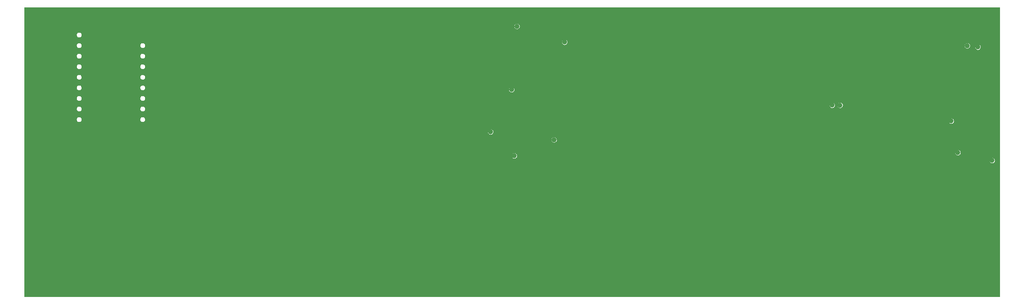
<source format=gbr>
%TF.GenerationSoftware,KiCad,Pcbnew,(5.1.6)-1*%
%TF.CreationDate,2020-06-22T12:01:02-04:00*%
%TF.ProjectId,Aligned mobo,416c6967-6e65-4642-906d-6f626f2e6b69,rev?*%
%TF.SameCoordinates,Original*%
%TF.FileFunction,Soldermask,Top*%
%TF.FilePolarity,Negative*%
%FSLAX46Y46*%
G04 Gerber Fmt 4.6, Leading zero omitted, Abs format (unit mm)*
G04 Created by KiCad (PCBNEW (5.1.6)-1) date 2020-06-22 12:01:02*
%MOMM*%
%LPD*%
G01*
G04 APERTURE LIST*
%ADD10C,0.010000*%
%ADD11C,1.238240*%
G04 APERTURE END LIST*
D10*
%TO.C,G\u002A\u002A\u002A*%
G36*
X117009333Y-34798000D02*
G01*
X-117009333Y-34798000D01*
X-117009333Y-14176857D01*
X-8271219Y-14176857D01*
X-8254914Y-14325763D01*
X-8247674Y-14352756D01*
X-8188585Y-14485533D01*
X-8100315Y-14592881D01*
X-7989452Y-14672015D01*
X-7862583Y-14720150D01*
X-7726297Y-14734500D01*
X-7587181Y-14712281D01*
X-7490512Y-14672887D01*
X-7371786Y-14589749D01*
X-7284431Y-14485167D01*
X-7228442Y-14365725D01*
X-7203809Y-14238012D01*
X-7206051Y-14194814D01*
X-5729757Y-14194814D01*
X-5713357Y-14325532D01*
X-5664842Y-14448574D01*
X-5585853Y-14557722D01*
X-5478031Y-14646753D01*
X-5343017Y-14709450D01*
X-5334137Y-14712223D01*
X-5211336Y-14729154D01*
X-5070201Y-14712418D01*
X-5018383Y-14698848D01*
X-4896093Y-14641916D01*
X-4796237Y-14554691D01*
X-4721774Y-14444468D01*
X-4675662Y-14318541D01*
X-4660858Y-14184204D01*
X-4680319Y-14048751D01*
X-4716870Y-13955295D01*
X-4800401Y-13833592D01*
X-4906779Y-13743108D01*
X-5029290Y-13684918D01*
X-5161218Y-13660097D01*
X-5295848Y-13669718D01*
X-5426467Y-13714856D01*
X-5546360Y-13796586D01*
X-5569857Y-13818809D01*
X-5659649Y-13935233D01*
X-5712402Y-14062641D01*
X-5729757Y-14194814D01*
X-7206051Y-14194814D01*
X-7210525Y-14108613D01*
X-7248582Y-13984114D01*
X-7317972Y-13871102D01*
X-7418686Y-13776164D01*
X-7491649Y-13731875D01*
X-7630701Y-13683235D01*
X-7774346Y-13672578D01*
X-7914175Y-13699003D01*
X-8041777Y-13761605D01*
X-8086557Y-13795756D01*
X-8185511Y-13906565D01*
X-8247575Y-14035361D01*
X-8271219Y-14176857D01*
X-117009333Y-14176857D01*
X-117009333Y-12925134D01*
X-9523671Y-12925134D01*
X-9515435Y-13046029D01*
X-9501815Y-13110740D01*
X-9468007Y-13180730D01*
X-9408340Y-13259600D01*
X-9334048Y-13335828D01*
X-9256364Y-13397891D01*
X-9186522Y-13434268D01*
X-9186333Y-13434327D01*
X-9081297Y-13454457D01*
X-8960285Y-13458350D01*
X-8846544Y-13445703D01*
X-8818992Y-13439108D01*
X-8739739Y-13401967D01*
X-8654629Y-13338249D01*
X-8576319Y-13259451D01*
X-8517465Y-13177067D01*
X-8506270Y-13155083D01*
X-8477535Y-13055803D01*
X-8467516Y-12937152D01*
X-8469904Y-12904360D01*
X-7003534Y-12904360D01*
X-6993865Y-13032172D01*
X-6954357Y-13154317D01*
X-6884166Y-13264153D01*
X-6782447Y-13355037D01*
X-6755723Y-13371847D01*
X-6628656Y-13432366D01*
X-6508164Y-13456842D01*
X-6381522Y-13446909D01*
X-6310247Y-13429055D01*
X-6183419Y-13371227D01*
X-6081123Y-13284638D01*
X-6005184Y-13176262D01*
X-5957431Y-13053067D01*
X-5939691Y-12922025D01*
X-5953791Y-12790108D01*
X-6001559Y-12664285D01*
X-6081198Y-12555270D01*
X-6199241Y-12460544D01*
X-6332827Y-12404454D01*
X-6478165Y-12387979D01*
X-6631462Y-12412097D01*
X-6633834Y-12412782D01*
X-6760699Y-12469292D01*
X-6861946Y-12553347D01*
X-6936730Y-12658305D01*
X-6984207Y-12777523D01*
X-7003534Y-12904360D01*
X-8469904Y-12904360D01*
X-8476213Y-12817729D01*
X-8503624Y-12716137D01*
X-8506271Y-12710113D01*
X-8584738Y-12585043D01*
X-8690618Y-12490932D01*
X-8820090Y-12430166D01*
X-8969334Y-12405128D01*
X-8995833Y-12404596D01*
X-9147998Y-12423454D01*
X-9281027Y-12478437D01*
X-9391100Y-12567162D01*
X-9474396Y-12687243D01*
X-9485396Y-12710113D01*
X-9513413Y-12807195D01*
X-9523671Y-12925134D01*
X-117009333Y-12925134D01*
X-117009333Y-2021417D01*
X114501278Y-2021417D01*
X114502934Y-2120512D01*
X114510064Y-2192519D01*
X114525551Y-2252601D01*
X114552277Y-2315923D01*
X114560480Y-2332872D01*
X114649570Y-2468902D01*
X114766103Y-2576926D01*
X114903840Y-2654586D01*
X115056542Y-2699519D01*
X115217970Y-2709368D01*
X115381885Y-2681770D01*
X115435663Y-2663967D01*
X115560309Y-2597421D01*
X115675338Y-2498741D01*
X115769926Y-2378107D01*
X115803738Y-2317750D01*
X115844043Y-2195949D01*
X115859694Y-2054953D01*
X115850778Y-1909920D01*
X115817381Y-1776009D01*
X115800446Y-1735667D01*
X115708943Y-1590883D01*
X115586699Y-1473602D01*
X115464167Y-1399984D01*
X115324379Y-1355378D01*
X115170240Y-1341607D01*
X115016401Y-1358666D01*
X114890836Y-1400132D01*
X114745759Y-1489945D01*
X114627747Y-1612271D01*
X114559484Y-1720499D01*
X114530543Y-1781045D01*
X114513073Y-1836743D01*
X114504290Y-1901994D01*
X114501407Y-1991203D01*
X114501278Y-2021417D01*
X-117009333Y-2021417D01*
X-117009333Y-834420D01*
X-156744Y-834420D01*
X-153840Y-991155D01*
X-116302Y-1143025D01*
X-43828Y-1282568D01*
X1755Y-1341053D01*
X127747Y-1458284D01*
X265835Y-1535590D01*
X419877Y-1574572D01*
X573884Y-1578308D01*
X676981Y-1564355D01*
X773189Y-1538862D01*
X809598Y-1524277D01*
X955773Y-1433574D01*
X1073982Y-1313670D01*
X1132066Y-1224678D01*
X1165006Y-1156896D01*
X1185409Y-1091508D01*
X1197061Y-1012599D01*
X1202674Y-928093D01*
X1205680Y-833096D01*
X1202176Y-764719D01*
X1189751Y-707448D01*
X1165993Y-645770D01*
X1154968Y-621177D01*
X1064028Y-470235D01*
X943161Y-348463D01*
X836083Y-278731D01*
X779831Y-251492D01*
X727398Y-234722D01*
X665510Y-225995D01*
X580889Y-222888D01*
X529167Y-222680D01*
X384897Y-230168D01*
X268875Y-255321D01*
X169086Y-302727D01*
X73515Y-376971D01*
X39338Y-409648D01*
X-59854Y-536205D01*
X-125315Y-680283D01*
X-156744Y-834420D01*
X-117009333Y-834420D01*
X-117009333Y-137583D01*
X106268930Y-137583D01*
X106270521Y-236174D01*
X106277356Y-306822D01*
X106292124Y-363843D01*
X106317513Y-421549D01*
X106325016Y-436191D01*
X106366896Y-509612D01*
X106411643Y-577689D01*
X106433660Y-606499D01*
X106491241Y-658754D01*
X106573908Y-714592D01*
X106666336Y-764982D01*
X106753199Y-800896D01*
X106773938Y-806998D01*
X106868502Y-819209D01*
X106984174Y-816427D01*
X107103211Y-800464D01*
X107207868Y-773135D01*
X107242345Y-759138D01*
X107368533Y-679350D01*
X107480450Y-569569D01*
X107565724Y-442091D01*
X107570109Y-433364D01*
X107596635Y-371978D01*
X107612427Y-311250D01*
X107620011Y-236750D01*
X107621917Y-137583D01*
X107612330Y12772D01*
X107580541Y136314D01*
X107522005Y244704D01*
X107432178Y349603D01*
X107431974Y349807D01*
X107327070Y439699D01*
X107218698Y498290D01*
X107095196Y530126D01*
X106944903Y539750D01*
X106944583Y539750D01*
X106794068Y530133D01*
X106670399Y498273D01*
X106561981Y439659D01*
X106457797Y350359D01*
X106368372Y245415D01*
X106310022Y135988D01*
X106278342Y10702D01*
X106268930Y-137583D01*
X-117009333Y-137583D01*
X-117009333Y2868882D01*
X9375486Y2868882D01*
X9405642Y2718450D01*
X9467205Y2577495D01*
X9559504Y2452744D01*
X9681869Y2350925D01*
X9690612Y2345407D01*
X9830297Y2282324D01*
X9986741Y2251781D01*
X10148856Y2254433D01*
X10305554Y2290934D01*
X10345634Y2306738D01*
X10456328Y2373106D01*
X10560429Y2468346D01*
X10646283Y2579808D01*
X10701695Y2693214D01*
X10736987Y2859987D01*
X10733347Y3024250D01*
X10693166Y3180097D01*
X10618838Y3321622D01*
X10512755Y3442917D01*
X10377310Y3538076D01*
X10354788Y3549642D01*
X10285641Y3580433D01*
X10223173Y3598397D01*
X10151027Y3606751D01*
X10054167Y3608710D01*
X9908542Y3599368D01*
X9788538Y3568370D01*
X9680849Y3510702D01*
X9582356Y3430833D01*
X9480173Y3309767D01*
X9412081Y3171268D01*
X9377409Y3022064D01*
X9375486Y2868882D01*
X-117009333Y2868882D01*
X-117009333Y4826000D01*
X-5852356Y4826000D01*
X-5850743Y4733359D01*
X-5843602Y4666768D01*
X-5827056Y4609978D01*
X-5797228Y4546737D01*
X-5776604Y4508500D01*
X-5678345Y4370708D01*
X-5554975Y4263832D01*
X-5412448Y4190087D01*
X-5256720Y4151685D01*
X-5093744Y4150839D01*
X-4929477Y4189763D01*
X-4924222Y4191706D01*
X-4778495Y4267809D01*
X-4658539Y4374969D01*
X-4568079Y4508105D01*
X-4510840Y4662134D01*
X-4492453Y4780781D01*
X-4498616Y4955988D01*
X-4542450Y5113375D01*
X-4622622Y5250530D01*
X-4737800Y5365042D01*
X-4856413Y5439833D01*
X-4936434Y5478287D01*
X-5000672Y5500586D01*
X-5067449Y5511016D01*
X-5155087Y5513862D01*
X-5173116Y5513900D01*
X-5273181Y5511029D01*
X-5348754Y5500186D01*
X-5417423Y5477991D01*
X-5461000Y5458596D01*
X-5606107Y5366830D01*
X-5723899Y5243939D01*
X-5797279Y5122333D01*
X-5826514Y5053025D01*
X-5843394Y4987546D01*
X-5850962Y4909523D01*
X-5852356Y4826000D01*
X-117009333Y4826000D01*
X-117009333Y7852641D01*
X-104539031Y7852641D01*
X-104528917Y7695928D01*
X-104482525Y7550582D01*
X-104402167Y7422219D01*
X-104290155Y7316458D01*
X-104200591Y7262055D01*
X-104053783Y7210065D01*
X-103898353Y7192897D01*
X-103745752Y7210848D01*
X-103640421Y7247367D01*
X-103506951Y7330182D01*
X-103403479Y7436379D01*
X-103330118Y7559933D01*
X-103286981Y7694818D01*
X-103279869Y7772708D01*
X-89296921Y7772708D01*
X-89296451Y7767288D01*
X-89282040Y7678616D01*
X-89257756Y7589293D01*
X-89243630Y7552207D01*
X-89165083Y7423930D01*
X-89058315Y7321719D01*
X-88930115Y7247837D01*
X-88787271Y7204550D01*
X-88636571Y7194121D01*
X-88484803Y7218815D01*
X-88373742Y7262055D01*
X-88244627Y7347798D01*
X-88146145Y7456559D01*
X-88128099Y7489956D01*
X104672409Y7489956D01*
X104678897Y7344346D01*
X104716623Y7202152D01*
X104786705Y7068865D01*
X104890259Y6949972D01*
X104973924Y6884435D01*
X105058117Y6832847D01*
X105134681Y6800475D01*
X105217604Y6783825D01*
X105320876Y6779405D01*
X105388833Y6780832D01*
X105499399Y6788188D01*
X105581729Y6803314D01*
X105649616Y6828916D01*
X105659662Y6833959D01*
X105801877Y6929568D01*
X105916093Y7052620D01*
X105975578Y7150935D01*
X106020058Y7282525D01*
X106037801Y7431734D01*
X106028599Y7583192D01*
X105992246Y7721527D01*
X105983574Y7742134D01*
X105901429Y7875931D01*
X105789196Y7986495D01*
X105654428Y8069975D01*
X105504671Y8122523D01*
X105347476Y8140287D01*
X105226955Y8128010D01*
X105069463Y8077160D01*
X104936509Y7996795D01*
X104829210Y7892404D01*
X104748683Y7769474D01*
X104696043Y7633495D01*
X104672409Y7489956D01*
X-88128099Y7489956D01*
X-88078269Y7582169D01*
X-88040967Y7718460D01*
X-88034208Y7859264D01*
X-88057963Y7998414D01*
X-88112202Y8129740D01*
X-88196894Y8247076D01*
X-88312009Y8344253D01*
X-88379239Y8382507D01*
X-88530825Y8436306D01*
X-88681622Y8451924D01*
X-88826653Y8432701D01*
X-88960938Y8381976D01*
X-89079498Y8303089D01*
X-89177355Y8199379D01*
X-89249531Y8074186D01*
X-89291045Y7930849D01*
X-89296921Y7772708D01*
X-103279869Y7772708D01*
X-103274180Y7835009D01*
X-103291827Y7974478D01*
X-103340035Y8107201D01*
X-103418916Y8227151D01*
X-103528583Y8328302D01*
X-103619239Y8382507D01*
X-103769881Y8435576D01*
X-103922316Y8451013D01*
X-104070463Y8431324D01*
X-104208238Y8379016D01*
X-104329559Y8296598D01*
X-104428343Y8186576D01*
X-104498509Y8051457D01*
X-104510554Y8015101D01*
X-104539031Y7852641D01*
X-117009333Y7852641D01*
X-117009333Y10312708D01*
X-104536921Y10312708D01*
X-104536451Y10307288D01*
X-104502137Y10145183D01*
X-104431803Y10003776D01*
X-104327746Y9886361D01*
X-104192265Y9796235D01*
X-104173913Y9787367D01*
X-104094724Y9756997D01*
X-104011839Y9741432D01*
X-103907167Y9737080D01*
X-103801791Y9741505D01*
X-103719008Y9757171D01*
X-103640421Y9787367D01*
X-103507167Y9870094D01*
X-103403856Y9976250D01*
X-103330601Y10099797D01*
X-103287514Y10234699D01*
X-103280391Y10312708D01*
X-89296921Y10312708D01*
X-89296451Y10307288D01*
X-89262137Y10145183D01*
X-89191803Y10003776D01*
X-89087746Y9886361D01*
X-88952265Y9796235D01*
X-88933913Y9787367D01*
X-88854724Y9756997D01*
X-88771839Y9741432D01*
X-88667167Y9737080D01*
X-88561791Y9741505D01*
X-88479008Y9757171D01*
X-88400421Y9787367D01*
X-88266951Y9870182D01*
X-88163479Y9976379D01*
X-88090118Y10099933D01*
X-88046981Y10234818D01*
X-88034180Y10375009D01*
X-88051827Y10514478D01*
X-88100035Y10647201D01*
X-88178916Y10767151D01*
X-88288583Y10868302D01*
X-88379239Y10922507D01*
X-88530825Y10976306D01*
X-88681622Y10991924D01*
X-88826653Y10972701D01*
X-88960938Y10921976D01*
X-89079498Y10843089D01*
X-89177355Y10739379D01*
X-89249531Y10614186D01*
X-89291045Y10470849D01*
X-89296921Y10312708D01*
X-103280391Y10312708D01*
X-103274709Y10374918D01*
X-103292297Y10514419D01*
X-103340392Y10647164D01*
X-103419107Y10767117D01*
X-103528553Y10868241D01*
X-103619239Y10922507D01*
X-103770825Y10976306D01*
X-103921622Y10991924D01*
X-104066653Y10972701D01*
X-104200938Y10921976D01*
X-104319498Y10843089D01*
X-104417355Y10739379D01*
X-104489531Y10614186D01*
X-104531045Y10470849D01*
X-104536921Y10312708D01*
X-117009333Y10312708D01*
X-117009333Y11262858D01*
X76096604Y11262858D01*
X76109996Y11109774D01*
X76155591Y10964358D01*
X76231913Y10832407D01*
X76337485Y10719718D01*
X76470831Y10632087D01*
X76547209Y10599569D01*
X76673120Y10571529D01*
X76814977Y10566978D01*
X76955331Y10585047D01*
X77076731Y10624863D01*
X77079373Y10626130D01*
X77206468Y10708097D01*
X77319022Y10819477D01*
X77404144Y10947379D01*
X77407609Y10954302D01*
X77433965Y11015042D01*
X77449589Y11074561D01*
X77456955Y11147230D01*
X77457308Y11169623D01*
X78003004Y11169623D01*
X78032710Y11028863D01*
X78090341Y10897516D01*
X78173585Y10780491D01*
X78280133Y10682695D01*
X78407672Y10609036D01*
X78553893Y10564422D01*
X78716486Y10553760D01*
X78761167Y10557156D01*
X78834713Y10571750D01*
X78922369Y10598628D01*
X78978071Y10620445D01*
X79106586Y10697819D01*
X79219618Y10806572D01*
X79306479Y10936023D01*
X79318471Y10960615D01*
X79344014Y11028876D01*
X79358284Y11104557D01*
X79363726Y11202629D01*
X79364003Y11239500D01*
X79360779Y11347440D01*
X79349476Y11428396D01*
X79327650Y11497341D01*
X79318471Y11518385D01*
X79230353Y11661826D01*
X79113502Y11777313D01*
X78973610Y11861145D01*
X78816368Y11909619D01*
X78700225Y11920521D01*
X78545091Y11910260D01*
X78414711Y11873322D01*
X78297840Y11805309D01*
X78209628Y11728649D01*
X78104533Y11599311D01*
X78036604Y11459755D01*
X78003531Y11314890D01*
X78003004Y11169623D01*
X77457308Y11169623D01*
X77458535Y11247415D01*
X77458523Y11250083D01*
X77456297Y11349124D01*
X77448849Y11420418D01*
X77433371Y11478483D01*
X77407056Y11537837D01*
X77400317Y11551001D01*
X77302613Y11696444D01*
X77177022Y11810039D01*
X77069664Y11871947D01*
X76994843Y11902678D01*
X76923491Y11919756D01*
X76837506Y11926667D01*
X76781638Y11927400D01*
X76687188Y11925112D01*
X76616101Y11915413D01*
X76549529Y11894083D01*
X76470183Y11857670D01*
X76382886Y11807651D01*
X76306363Y11751283D01*
X76264402Y11710153D01*
X76172331Y11568844D01*
X76116890Y11417814D01*
X76096604Y11262858D01*
X-117009333Y11262858D01*
X-117009333Y12902580D01*
X-104531267Y12902580D01*
X-104513680Y12733168D01*
X-104461450Y12588045D01*
X-104374363Y12466865D01*
X-104252206Y12369287D01*
X-104173913Y12327367D01*
X-104043718Y12286872D01*
X-103898275Y12274479D01*
X-103753877Y12290194D01*
X-103640864Y12327162D01*
X-103507685Y12409858D01*
X-103404416Y12516003D01*
X-103331170Y12639554D01*
X-103288062Y12774473D01*
X-103281370Y12847473D01*
X-89296462Y12847473D01*
X-89296216Y12844699D01*
X-89261665Y12685171D01*
X-89190555Y12544050D01*
X-89086229Y12426114D01*
X-88952032Y12336136D01*
X-88933913Y12327367D01*
X-88854724Y12296997D01*
X-88771839Y12281432D01*
X-88667167Y12277080D01*
X-88561791Y12281505D01*
X-88479008Y12297171D01*
X-88400421Y12327367D01*
X-88266524Y12410402D01*
X-88162834Y12516772D01*
X-88089452Y12640464D01*
X-88046475Y12775465D01*
X-88034002Y12915763D01*
X-88052132Y13055347D01*
X-88100964Y13188204D01*
X-88180596Y13308322D01*
X-88291126Y13409689D01*
X-88381768Y13463753D01*
X-88533604Y13517600D01*
X-88684463Y13533031D01*
X-88829385Y13513404D01*
X-88963410Y13462077D01*
X-89081578Y13382408D01*
X-89178927Y13277755D01*
X-89250498Y13151476D01*
X-89291329Y13006929D01*
X-89296462Y12847473D01*
X-103281370Y12847473D01*
X-103275205Y12914718D01*
X-103292712Y13054251D01*
X-103340697Y13187030D01*
X-103419275Y13307015D01*
X-103528558Y13408167D01*
X-103619494Y13462633D01*
X-103772972Y13517011D01*
X-103927770Y13532962D01*
X-104077766Y13512395D01*
X-104216836Y13457217D01*
X-104338858Y13369337D01*
X-104437709Y13250662D01*
X-104467708Y13198309D01*
X-104501387Y13126519D01*
X-104520704Y13064193D01*
X-104529410Y12993881D01*
X-104531267Y12902580D01*
X-117009333Y12902580D01*
X-117009333Y15442580D01*
X-104531267Y15442580D01*
X-104513680Y15273168D01*
X-104461450Y15128045D01*
X-104374363Y15006865D01*
X-104252206Y14909287D01*
X-104173913Y14867367D01*
X-104043718Y14826872D01*
X-103898275Y14814479D01*
X-103753877Y14830194D01*
X-103640864Y14867162D01*
X-103507104Y14951123D01*
X-103401968Y15061342D01*
X-103327252Y15191325D01*
X-103284755Y15334582D01*
X-103276272Y15484622D01*
X-103280620Y15508542D01*
X-89296170Y15508542D01*
X-89293231Y15358025D01*
X-89255993Y15213263D01*
X-89186253Y15080748D01*
X-89085808Y14966972D01*
X-88956455Y14878426D01*
X-88933470Y14867162D01*
X-88803421Y14826767D01*
X-88658022Y14814486D01*
X-88513567Y14830312D01*
X-88400421Y14867367D01*
X-88262157Y14954521D01*
X-88232650Y14986000D01*
X-792241Y14986000D01*
X-780747Y14834996D01*
X-744652Y14709149D01*
X-678877Y14596055D01*
X-592018Y14496834D01*
X-468508Y14401762D01*
X-323899Y14338753D01*
X-166562Y14309477D01*
X-4869Y14315607D01*
X134611Y14351706D01*
X273990Y14425225D01*
X395347Y14531135D01*
X488562Y14660239D01*
X501520Y14685128D01*
X531298Y14751404D01*
X549161Y14810885D01*
X557992Y14878735D01*
X560672Y14970119D01*
X560722Y14996583D01*
X558959Y15094775D01*
X552051Y15165102D01*
X537214Y15221968D01*
X511660Y15279775D01*
X502515Y15297501D01*
X403885Y15443317D01*
X278299Y15556512D01*
X171164Y15617868D01*
X95824Y15648393D01*
X23711Y15665240D01*
X-63389Y15671865D01*
X-116417Y15672428D01*
X-270625Y15659980D01*
X-400778Y15620105D01*
X-518533Y15548111D01*
X-596792Y15479084D01*
X-691040Y15369922D01*
X-752080Y15255711D01*
X-784286Y15125412D01*
X-792241Y14986000D01*
X-88232650Y14986000D01*
X-88150977Y15073128D01*
X-88093373Y15168916D01*
X-88065277Y15236086D01*
X-88049603Y15305030D01*
X-88043321Y15392131D01*
X-88042750Y15442580D01*
X-88045003Y15537244D01*
X-88054284Y15607205D01*
X-88074373Y15669968D01*
X-88106626Y15738309D01*
X-88193054Y15864896D01*
X-88303540Y15961938D01*
X-88431573Y16029061D01*
X-88570643Y16065890D01*
X-88714240Y16072049D01*
X-88855853Y16047163D01*
X-88988972Y15990857D01*
X-89107086Y15902755D01*
X-89191961Y15800878D01*
X-89263012Y15658324D01*
X-89296170Y15508542D01*
X-103280620Y15508542D01*
X-103303602Y15634952D01*
X-103368541Y15779081D01*
X-103382373Y15800878D01*
X-103482305Y15916720D01*
X-103602861Y16000444D01*
X-103737529Y16052423D01*
X-103879798Y16073033D01*
X-104023160Y16062649D01*
X-104161102Y16021647D01*
X-104287116Y15950402D01*
X-104394690Y15849289D01*
X-104467708Y15738309D01*
X-104501387Y15666519D01*
X-104520704Y15604193D01*
X-104529410Y15533881D01*
X-104531267Y15442580D01*
X-117009333Y15442580D01*
X-117009333Y17982580D01*
X-104531583Y17982580D01*
X-104520395Y17835466D01*
X-104483694Y17713128D01*
X-104416776Y17603473D01*
X-104358048Y17536552D01*
X-104240070Y17441267D01*
X-104104713Y17382325D01*
X-103947575Y17357973D01*
X-103907167Y17357080D01*
X-103801611Y17361528D01*
X-103718704Y17377249D01*
X-103640864Y17407162D01*
X-103507104Y17491123D01*
X-103401968Y17601342D01*
X-103327252Y17731325D01*
X-103284755Y17874582D01*
X-103278649Y17982580D01*
X-89291583Y17982580D01*
X-89280395Y17835466D01*
X-89243694Y17713128D01*
X-89176776Y17603473D01*
X-89118048Y17536552D01*
X-89000070Y17441267D01*
X-88864713Y17382325D01*
X-88707575Y17357973D01*
X-88667167Y17357080D01*
X-88561611Y17361528D01*
X-88478704Y17377249D01*
X-88400864Y17407162D01*
X-88269256Y17490634D01*
X-88158414Y17605484D01*
X-88091006Y17713806D01*
X-88063894Y17780045D01*
X-88048879Y17850879D01*
X-88043112Y17942182D01*
X-88042750Y17982580D01*
X-88045003Y18077244D01*
X-88054284Y18147205D01*
X-88074373Y18209968D01*
X-88106626Y18278309D01*
X-88195974Y18408561D01*
X-88313315Y18509689D01*
X-88453068Y18578353D01*
X-88609650Y18611216D01*
X-88667167Y18613641D01*
X-88828304Y18594045D01*
X-88974558Y18537483D01*
X-89100346Y18447293D01*
X-89200086Y18326816D01*
X-89227708Y18278309D01*
X-89261456Y18206293D01*
X-89280830Y18143590D01*
X-89289611Y18072695D01*
X-89291583Y17982580D01*
X-103278649Y17982580D01*
X-103276272Y18024622D01*
X-103303602Y18174952D01*
X-103368541Y18319081D01*
X-103382373Y18340878D01*
X-103482305Y18456720D01*
X-103602861Y18540444D01*
X-103737529Y18592423D01*
X-103879798Y18613033D01*
X-104023160Y18602649D01*
X-104161102Y18561647D01*
X-104287116Y18490402D01*
X-104394690Y18389289D01*
X-104467708Y18278309D01*
X-104501456Y18206293D01*
X-104520830Y18143590D01*
X-104529611Y18072695D01*
X-104531583Y17982580D01*
X-117009333Y17982580D01*
X-117009333Y20522453D01*
X-104531583Y20522453D01*
X-104528408Y20420045D01*
X-104516981Y20343734D01*
X-104494445Y20277630D01*
X-104483328Y20253806D01*
X-104395095Y20119572D01*
X-104277558Y20008880D01*
X-104173470Y19945882D01*
X-104112799Y19919872D01*
X-104056973Y19905373D01*
X-103990960Y19900109D01*
X-103899729Y19901806D01*
X-103886000Y19902386D01*
X-103766648Y19912236D01*
X-103677917Y19931145D01*
X-103621417Y19954301D01*
X-103508345Y20032173D01*
X-103406556Y20137321D01*
X-103330725Y20254387D01*
X-103303727Y20320537D01*
X-103288791Y20391640D01*
X-103283088Y20483503D01*
X-103282750Y20522580D01*
X-89291583Y20522580D01*
X-89280502Y20375858D01*
X-89244185Y20254381D01*
X-89178019Y20146424D01*
X-89116609Y20077735D01*
X-89021491Y19994489D01*
X-88926164Y19940460D01*
X-88818847Y19911398D01*
X-88687757Y19903053D01*
X-88635417Y19904190D01*
X-88519197Y19913602D01*
X-88431311Y19933539D01*
X-88377317Y19956335D01*
X-88258559Y20038453D01*
X-88155266Y20149941D01*
X-88091006Y20253806D01*
X-88063894Y20320045D01*
X-88048879Y20390879D01*
X-88043112Y20482182D01*
X-88042750Y20522580D01*
X-88045003Y20617244D01*
X-88054284Y20687205D01*
X-88074373Y20749968D01*
X-88106626Y20818309D01*
X-88195793Y20948067D01*
X-88313245Y21049574D01*
X-88452738Y21119076D01*
X-88608031Y21152817D01*
X-88667167Y21155487D01*
X-88826656Y21135673D01*
X-88972613Y21078734D01*
X-89098798Y20988424D01*
X-89198966Y20868499D01*
X-89227708Y20818309D01*
X-89261456Y20746293D01*
X-89280830Y20683590D01*
X-89289611Y20612695D01*
X-89291583Y20522580D01*
X-103282750Y20522580D01*
X-103285003Y20617244D01*
X-103294284Y20687205D01*
X-103314373Y20749968D01*
X-103346626Y20818309D01*
X-103433468Y20946182D01*
X-103543461Y21043610D01*
X-103670347Y21110595D01*
X-103807869Y21147137D01*
X-103949770Y21153237D01*
X-104089792Y21128897D01*
X-104221679Y21074116D01*
X-104339173Y20988895D01*
X-104436017Y20873235D01*
X-104467708Y20818182D01*
X-104501479Y20746033D01*
X-104520855Y20683215D01*
X-104529625Y20612189D01*
X-104531583Y20522453D01*
X-117009333Y20522453D01*
X-117009333Y23137314D01*
X-104536383Y23137314D01*
X-104534664Y22983239D01*
X-104497023Y22835999D01*
X-104426472Y22701872D01*
X-104326021Y22587137D01*
X-104198684Y22498071D01*
X-104097804Y22455219D01*
X-104024281Y22442739D01*
X-103925812Y22440990D01*
X-103818041Y22448682D01*
X-103716613Y22464528D01*
X-103637174Y22487240D01*
X-103621417Y22494438D01*
X-103508623Y22571958D01*
X-103406967Y22676804D01*
X-103330870Y22794093D01*
X-103330725Y22794387D01*
X-103303727Y22860537D01*
X-103288791Y22931640D01*
X-103283088Y23023503D01*
X-103282750Y23062580D01*
X-89291583Y23062580D01*
X-89288393Y22959971D01*
X-89276938Y22883537D01*
X-89254390Y22817471D01*
X-89243609Y22794387D01*
X-89155814Y22660665D01*
X-89039182Y22550601D01*
X-88902484Y22471908D01*
X-88857804Y22455219D01*
X-88784281Y22442739D01*
X-88685812Y22440990D01*
X-88578041Y22448682D01*
X-88476613Y22464528D01*
X-88397174Y22487240D01*
X-88381417Y22494438D01*
X-88268623Y22571958D01*
X-88166967Y22676804D01*
X-88090870Y22794093D01*
X-88090725Y22794387D01*
X-88063727Y22860537D01*
X-88048791Y22931640D01*
X-88043088Y23023503D01*
X-88042750Y23062580D01*
X-88045003Y23157244D01*
X-88054284Y23227205D01*
X-88074373Y23289968D01*
X-88106626Y23358309D01*
X-88195793Y23488067D01*
X-88313245Y23589574D01*
X-88452738Y23659076D01*
X-88608031Y23692817D01*
X-88667167Y23695487D01*
X-88826656Y23675673D01*
X-88972613Y23618734D01*
X-89098798Y23528424D01*
X-89198966Y23408499D01*
X-89227708Y23358309D01*
X-89261456Y23286293D01*
X-89280830Y23223590D01*
X-89289611Y23152695D01*
X-89291583Y23062580D01*
X-103282750Y23062580D01*
X-103285003Y23157244D01*
X-103294284Y23227205D01*
X-103314373Y23289968D01*
X-103346626Y23358309D01*
X-103433313Y23486300D01*
X-103542504Y23583384D01*
X-103668149Y23649912D01*
X-103804197Y23686230D01*
X-103944600Y23692688D01*
X-104083306Y23669634D01*
X-104214267Y23617416D01*
X-104331432Y23536382D01*
X-104428751Y23426881D01*
X-104499169Y23291945D01*
X-104536383Y23137314D01*
X-117009333Y23137314D01*
X-117009333Y25647936D01*
X-104538716Y25647936D01*
X-104530837Y25503436D01*
X-104491495Y25364080D01*
X-104422215Y25236039D01*
X-104324519Y25125483D01*
X-104199932Y25038582D01*
X-104097804Y24995219D01*
X-104024281Y24982739D01*
X-103925812Y24980990D01*
X-103818041Y24988682D01*
X-103716613Y25004528D01*
X-103637174Y25027240D01*
X-103621417Y25034438D01*
X-103508623Y25111958D01*
X-103406967Y25216804D01*
X-103330870Y25334093D01*
X-103330725Y25334387D01*
X-103291542Y25454942D01*
X-103278817Y25593782D01*
X-103281478Y25622041D01*
X-89294929Y25622041D01*
X-89287383Y25481311D01*
X-89253437Y25356004D01*
X-89243609Y25334387D01*
X-89155814Y25200665D01*
X-89039182Y25090601D01*
X-88902484Y25011908D01*
X-88857804Y24995219D01*
X-88784281Y24982739D01*
X-88685812Y24980990D01*
X-88578041Y24988682D01*
X-88476613Y25004528D01*
X-88397174Y25027240D01*
X-88381417Y25034438D01*
X-88268623Y25111958D01*
X-88166967Y25216804D01*
X-88090870Y25334093D01*
X-88090725Y25334387D01*
X-88051542Y25454942D01*
X-88043968Y25537583D01*
X108512702Y25537583D01*
X108525390Y25381301D01*
X108566243Y25249182D01*
X108639445Y25130506D01*
X108697138Y25064878D01*
X108814795Y24961895D01*
X108936508Y24895729D01*
X109072540Y24862325D01*
X109222935Y24857190D01*
X109333555Y24866591D01*
X109422790Y24887796D01*
X109501500Y24920744D01*
X109636596Y25009657D01*
X109751652Y25132202D01*
X109784623Y25184039D01*
X111083292Y25184039D01*
X111104521Y25037862D01*
X111149682Y24909399D01*
X111157309Y24894727D01*
X111253968Y24760101D01*
X111380616Y24651093D01*
X111529875Y24573422D01*
X111601250Y24550532D01*
X111684312Y24539984D01*
X111789964Y24541930D01*
X111900895Y24554730D01*
X111999791Y24576739D01*
X112043504Y24592493D01*
X112181616Y24675235D01*
X112292997Y24785621D01*
X112375712Y24917046D01*
X112427823Y25062908D01*
X112447395Y25216602D01*
X112432491Y25371526D01*
X112381175Y25521077D01*
X112337985Y25596760D01*
X112227058Y25729967D01*
X112095859Y25826070D01*
X111945227Y25884659D01*
X111776000Y25905321D01*
X111711487Y25903449D01*
X111549553Y25873133D01*
X111402133Y25807139D01*
X111275402Y25710014D01*
X111175537Y25586307D01*
X111117121Y25465710D01*
X111087118Y25331973D01*
X111083292Y25184039D01*
X109784623Y25184039D01*
X109817041Y25235005D01*
X109840332Y25284951D01*
X109854877Y25336747D01*
X109862594Y25402354D01*
X109865403Y25493738D01*
X109865583Y25537583D01*
X109864133Y25641861D01*
X109858501Y25715829D01*
X109846770Y25771451D01*
X109827019Y25820691D01*
X109817041Y25840162D01*
X109718432Y25984262D01*
X109594143Y26098566D01*
X109498565Y26156078D01*
X109429887Y26186627D01*
X109367678Y26204429D01*
X109295649Y26212657D01*
X109198833Y26214489D01*
X109042119Y26202915D01*
X108912101Y26166264D01*
X108798690Y26100415D01*
X108700686Y26010863D01*
X108607994Y25896839D01*
X108549434Y25784204D01*
X108519577Y25659285D01*
X108512702Y25537583D01*
X-88043968Y25537583D01*
X-88038817Y25593782D01*
X-88052250Y25736386D01*
X-88091539Y25868236D01*
X-88102304Y25891693D01*
X-88190430Y26027016D01*
X-88304594Y26129600D01*
X-88442163Y26197853D01*
X-88600500Y26230180D01*
X-88666029Y26232712D01*
X-88833309Y26213585D01*
X-88980052Y26158504D01*
X-89103768Y26068969D01*
X-89201966Y25946481D01*
X-89232030Y25891693D01*
X-89276378Y25763674D01*
X-89294929Y25622041D01*
X-103281478Y25622041D01*
X-103292250Y25736386D01*
X-103331539Y25868236D01*
X-103342304Y25891693D01*
X-103430181Y26026268D01*
X-103544528Y26128517D01*
X-103682692Y26196840D01*
X-103842020Y26229638D01*
X-103907167Y26232453D01*
X-104057418Y26220102D01*
X-104183957Y26179341D01*
X-104298029Y26105638D01*
X-104358352Y26050596D01*
X-104453997Y25927686D01*
X-104513611Y25791409D01*
X-104538716Y25647936D01*
X-117009333Y25647936D01*
X-117009333Y26397203D01*
X11916127Y26397203D01*
X11928228Y26263019D01*
X11959171Y26147439D01*
X11967172Y26128866D01*
X12058256Y25977933D01*
X12175041Y25859813D01*
X12315946Y25775900D01*
X12402620Y25744984D01*
X12511856Y25727657D01*
X12639488Y25727916D01*
X12766334Y25744436D01*
X12873209Y25775891D01*
X12877671Y25777826D01*
X13017348Y25861363D01*
X13129600Y25972941D01*
X13212196Y26106585D01*
X13262905Y26256317D01*
X13279497Y26416160D01*
X13259743Y26580138D01*
X13221261Y26698607D01*
X13170529Y26785047D01*
X13093138Y26876308D01*
X13001123Y26960038D01*
X12906518Y27023884D01*
X12901933Y27026334D01*
X12845042Y27053600D01*
X12791928Y27070391D01*
X12729235Y27079145D01*
X12643608Y27082302D01*
X12594167Y27082547D01*
X12494072Y27081128D01*
X12422853Y27075224D01*
X12367099Y27062367D01*
X12313402Y27040087D01*
X12284972Y27025611D01*
X12183193Y26957094D01*
X12086623Y26865784D01*
X12006369Y26763971D01*
X11953536Y26663945D01*
X11950531Y26655524D01*
X11923388Y26533526D01*
X11916127Y26397203D01*
X-117009333Y26397203D01*
X-117009333Y28187936D01*
X-104538716Y28187936D01*
X-104530837Y28043436D01*
X-104491495Y27904080D01*
X-104422215Y27776039D01*
X-104324519Y27665483D01*
X-104199932Y27578582D01*
X-104097804Y27535219D01*
X-104023390Y27522574D01*
X-103924113Y27520922D01*
X-103815615Y27528947D01*
X-103713538Y27545336D01*
X-103633524Y27568773D01*
X-103619034Y27575458D01*
X-103517611Y27645608D01*
X-103422962Y27742673D01*
X-103346456Y27853009D01*
X-103301209Y27956765D01*
X-103276208Y28112137D01*
X-103288288Y28267402D01*
X-103334941Y28414251D01*
X-103413659Y28544375D01*
X-103506844Y28637963D01*
X-103611279Y28709389D01*
X-103713783Y28752204D01*
X-103830168Y28771651D01*
X-103917750Y28774266D01*
X-104070610Y28758421D01*
X-104202052Y28710028D01*
X-104322067Y28624923D01*
X-104358352Y28590596D01*
X-104453997Y28467686D01*
X-104513611Y28331409D01*
X-104538716Y28187936D01*
X-117009333Y28187936D01*
X-117009333Y30214867D01*
X474676Y30214867D01*
X482366Y30072888D01*
X514399Y29946417D01*
X522528Y29927076D01*
X583123Y29823109D01*
X665577Y29721463D01*
X756154Y29638131D01*
X792226Y29613109D01*
X932030Y29550190D01*
X1088231Y29519821D01*
X1249453Y29522601D01*
X1404321Y29559129D01*
X1451387Y29578367D01*
X1576541Y29655977D01*
X1688312Y29763737D01*
X1774361Y29889480D01*
X1781989Y29904419D01*
X1806427Y29961562D01*
X1821278Y30020201D01*
X1828690Y30093551D01*
X1830810Y30194826D01*
X1830815Y30204833D01*
X1829339Y30304969D01*
X1823404Y30376115D01*
X1810566Y30431564D01*
X1788386Y30484612D01*
X1774435Y30511750D01*
X1675783Y30653231D01*
X1546136Y30766486D01*
X1431990Y30830635D01*
X1365310Y30858771D01*
X1308285Y30874760D01*
X1245400Y30881011D01*
X1161142Y30879937D01*
X1125073Y30878341D01*
X1023442Y30870963D01*
X948237Y30857875D01*
X883594Y30835314D01*
X829334Y30808193D01*
X705227Y30722851D01*
X606916Y30613221D01*
X531307Y30480966D01*
X491075Y30356259D01*
X474676Y30214867D01*
X-117009333Y30214867D01*
X-117009333Y34776833D01*
X117009333Y34776833D01*
X117009333Y-34798000D01*
G37*
X117009333Y-34798000D02*
X-117009333Y-34798000D01*
X-117009333Y-14176857D01*
X-8271219Y-14176857D01*
X-8254914Y-14325763D01*
X-8247674Y-14352756D01*
X-8188585Y-14485533D01*
X-8100315Y-14592881D01*
X-7989452Y-14672015D01*
X-7862583Y-14720150D01*
X-7726297Y-14734500D01*
X-7587181Y-14712281D01*
X-7490512Y-14672887D01*
X-7371786Y-14589749D01*
X-7284431Y-14485167D01*
X-7228442Y-14365725D01*
X-7203809Y-14238012D01*
X-7206051Y-14194814D01*
X-5729757Y-14194814D01*
X-5713357Y-14325532D01*
X-5664842Y-14448574D01*
X-5585853Y-14557722D01*
X-5478031Y-14646753D01*
X-5343017Y-14709450D01*
X-5334137Y-14712223D01*
X-5211336Y-14729154D01*
X-5070201Y-14712418D01*
X-5018383Y-14698848D01*
X-4896093Y-14641916D01*
X-4796237Y-14554691D01*
X-4721774Y-14444468D01*
X-4675662Y-14318541D01*
X-4660858Y-14184204D01*
X-4680319Y-14048751D01*
X-4716870Y-13955295D01*
X-4800401Y-13833592D01*
X-4906779Y-13743108D01*
X-5029290Y-13684918D01*
X-5161218Y-13660097D01*
X-5295848Y-13669718D01*
X-5426467Y-13714856D01*
X-5546360Y-13796586D01*
X-5569857Y-13818809D01*
X-5659649Y-13935233D01*
X-5712402Y-14062641D01*
X-5729757Y-14194814D01*
X-7206051Y-14194814D01*
X-7210525Y-14108613D01*
X-7248582Y-13984114D01*
X-7317972Y-13871102D01*
X-7418686Y-13776164D01*
X-7491649Y-13731875D01*
X-7630701Y-13683235D01*
X-7774346Y-13672578D01*
X-7914175Y-13699003D01*
X-8041777Y-13761605D01*
X-8086557Y-13795756D01*
X-8185511Y-13906565D01*
X-8247575Y-14035361D01*
X-8271219Y-14176857D01*
X-117009333Y-14176857D01*
X-117009333Y-12925134D01*
X-9523671Y-12925134D01*
X-9515435Y-13046029D01*
X-9501815Y-13110740D01*
X-9468007Y-13180730D01*
X-9408340Y-13259600D01*
X-9334048Y-13335828D01*
X-9256364Y-13397891D01*
X-9186522Y-13434268D01*
X-9186333Y-13434327D01*
X-9081297Y-13454457D01*
X-8960285Y-13458350D01*
X-8846544Y-13445703D01*
X-8818992Y-13439108D01*
X-8739739Y-13401967D01*
X-8654629Y-13338249D01*
X-8576319Y-13259451D01*
X-8517465Y-13177067D01*
X-8506270Y-13155083D01*
X-8477535Y-13055803D01*
X-8467516Y-12937152D01*
X-8469904Y-12904360D01*
X-7003534Y-12904360D01*
X-6993865Y-13032172D01*
X-6954357Y-13154317D01*
X-6884166Y-13264153D01*
X-6782447Y-13355037D01*
X-6755723Y-13371847D01*
X-6628656Y-13432366D01*
X-6508164Y-13456842D01*
X-6381522Y-13446909D01*
X-6310247Y-13429055D01*
X-6183419Y-13371227D01*
X-6081123Y-13284638D01*
X-6005184Y-13176262D01*
X-5957431Y-13053067D01*
X-5939691Y-12922025D01*
X-5953791Y-12790108D01*
X-6001559Y-12664285D01*
X-6081198Y-12555270D01*
X-6199241Y-12460544D01*
X-6332827Y-12404454D01*
X-6478165Y-12387979D01*
X-6631462Y-12412097D01*
X-6633834Y-12412782D01*
X-6760699Y-12469292D01*
X-6861946Y-12553347D01*
X-6936730Y-12658305D01*
X-6984207Y-12777523D01*
X-7003534Y-12904360D01*
X-8469904Y-12904360D01*
X-8476213Y-12817729D01*
X-8503624Y-12716137D01*
X-8506271Y-12710113D01*
X-8584738Y-12585043D01*
X-8690618Y-12490932D01*
X-8820090Y-12430166D01*
X-8969334Y-12405128D01*
X-8995833Y-12404596D01*
X-9147998Y-12423454D01*
X-9281027Y-12478437D01*
X-9391100Y-12567162D01*
X-9474396Y-12687243D01*
X-9485396Y-12710113D01*
X-9513413Y-12807195D01*
X-9523671Y-12925134D01*
X-117009333Y-12925134D01*
X-117009333Y-2021417D01*
X114501278Y-2021417D01*
X114502934Y-2120512D01*
X114510064Y-2192519D01*
X114525551Y-2252601D01*
X114552277Y-2315923D01*
X114560480Y-2332872D01*
X114649570Y-2468902D01*
X114766103Y-2576926D01*
X114903840Y-2654586D01*
X115056542Y-2699519D01*
X115217970Y-2709368D01*
X115381885Y-2681770D01*
X115435663Y-2663967D01*
X115560309Y-2597421D01*
X115675338Y-2498741D01*
X115769926Y-2378107D01*
X115803738Y-2317750D01*
X115844043Y-2195949D01*
X115859694Y-2054953D01*
X115850778Y-1909920D01*
X115817381Y-1776009D01*
X115800446Y-1735667D01*
X115708943Y-1590883D01*
X115586699Y-1473602D01*
X115464167Y-1399984D01*
X115324379Y-1355378D01*
X115170240Y-1341607D01*
X115016401Y-1358666D01*
X114890836Y-1400132D01*
X114745759Y-1489945D01*
X114627747Y-1612271D01*
X114559484Y-1720499D01*
X114530543Y-1781045D01*
X114513073Y-1836743D01*
X114504290Y-1901994D01*
X114501407Y-1991203D01*
X114501278Y-2021417D01*
X-117009333Y-2021417D01*
X-117009333Y-834420D01*
X-156744Y-834420D01*
X-153840Y-991155D01*
X-116302Y-1143025D01*
X-43828Y-1282568D01*
X1755Y-1341053D01*
X127747Y-1458284D01*
X265835Y-1535590D01*
X419877Y-1574572D01*
X573884Y-1578308D01*
X676981Y-1564355D01*
X773189Y-1538862D01*
X809598Y-1524277D01*
X955773Y-1433574D01*
X1073982Y-1313670D01*
X1132066Y-1224678D01*
X1165006Y-1156896D01*
X1185409Y-1091508D01*
X1197061Y-1012599D01*
X1202674Y-928093D01*
X1205680Y-833096D01*
X1202176Y-764719D01*
X1189751Y-707448D01*
X1165993Y-645770D01*
X1154968Y-621177D01*
X1064028Y-470235D01*
X943161Y-348463D01*
X836083Y-278731D01*
X779831Y-251492D01*
X727398Y-234722D01*
X665510Y-225995D01*
X580889Y-222888D01*
X529167Y-222680D01*
X384897Y-230168D01*
X268875Y-255321D01*
X169086Y-302727D01*
X73515Y-376971D01*
X39338Y-409648D01*
X-59854Y-536205D01*
X-125315Y-680283D01*
X-156744Y-834420D01*
X-117009333Y-834420D01*
X-117009333Y-137583D01*
X106268930Y-137583D01*
X106270521Y-236174D01*
X106277356Y-306822D01*
X106292124Y-363843D01*
X106317513Y-421549D01*
X106325016Y-436191D01*
X106366896Y-509612D01*
X106411643Y-577689D01*
X106433660Y-606499D01*
X106491241Y-658754D01*
X106573908Y-714592D01*
X106666336Y-764982D01*
X106753199Y-800896D01*
X106773938Y-806998D01*
X106868502Y-819209D01*
X106984174Y-816427D01*
X107103211Y-800464D01*
X107207868Y-773135D01*
X107242345Y-759138D01*
X107368533Y-679350D01*
X107480450Y-569569D01*
X107565724Y-442091D01*
X107570109Y-433364D01*
X107596635Y-371978D01*
X107612427Y-311250D01*
X107620011Y-236750D01*
X107621917Y-137583D01*
X107612330Y12772D01*
X107580541Y136314D01*
X107522005Y244704D01*
X107432178Y349603D01*
X107431974Y349807D01*
X107327070Y439699D01*
X107218698Y498290D01*
X107095196Y530126D01*
X106944903Y539750D01*
X106944583Y539750D01*
X106794068Y530133D01*
X106670399Y498273D01*
X106561981Y439659D01*
X106457797Y350359D01*
X106368372Y245415D01*
X106310022Y135988D01*
X106278342Y10702D01*
X106268930Y-137583D01*
X-117009333Y-137583D01*
X-117009333Y2868882D01*
X9375486Y2868882D01*
X9405642Y2718450D01*
X9467205Y2577495D01*
X9559504Y2452744D01*
X9681869Y2350925D01*
X9690612Y2345407D01*
X9830297Y2282324D01*
X9986741Y2251781D01*
X10148856Y2254433D01*
X10305554Y2290934D01*
X10345634Y2306738D01*
X10456328Y2373106D01*
X10560429Y2468346D01*
X10646283Y2579808D01*
X10701695Y2693214D01*
X10736987Y2859987D01*
X10733347Y3024250D01*
X10693166Y3180097D01*
X10618838Y3321622D01*
X10512755Y3442917D01*
X10377310Y3538076D01*
X10354788Y3549642D01*
X10285641Y3580433D01*
X10223173Y3598397D01*
X10151027Y3606751D01*
X10054167Y3608710D01*
X9908542Y3599368D01*
X9788538Y3568370D01*
X9680849Y3510702D01*
X9582356Y3430833D01*
X9480173Y3309767D01*
X9412081Y3171268D01*
X9377409Y3022064D01*
X9375486Y2868882D01*
X-117009333Y2868882D01*
X-117009333Y4826000D01*
X-5852356Y4826000D01*
X-5850743Y4733359D01*
X-5843602Y4666768D01*
X-5827056Y4609978D01*
X-5797228Y4546737D01*
X-5776604Y4508500D01*
X-5678345Y4370708D01*
X-5554975Y4263832D01*
X-5412448Y4190087D01*
X-5256720Y4151685D01*
X-5093744Y4150839D01*
X-4929477Y4189763D01*
X-4924222Y4191706D01*
X-4778495Y4267809D01*
X-4658539Y4374969D01*
X-4568079Y4508105D01*
X-4510840Y4662134D01*
X-4492453Y4780781D01*
X-4498616Y4955988D01*
X-4542450Y5113375D01*
X-4622622Y5250530D01*
X-4737800Y5365042D01*
X-4856413Y5439833D01*
X-4936434Y5478287D01*
X-5000672Y5500586D01*
X-5067449Y5511016D01*
X-5155087Y5513862D01*
X-5173116Y5513900D01*
X-5273181Y5511029D01*
X-5348754Y5500186D01*
X-5417423Y5477991D01*
X-5461000Y5458596D01*
X-5606107Y5366830D01*
X-5723899Y5243939D01*
X-5797279Y5122333D01*
X-5826514Y5053025D01*
X-5843394Y4987546D01*
X-5850962Y4909523D01*
X-5852356Y4826000D01*
X-117009333Y4826000D01*
X-117009333Y7852641D01*
X-104539031Y7852641D01*
X-104528917Y7695928D01*
X-104482525Y7550582D01*
X-104402167Y7422219D01*
X-104290155Y7316458D01*
X-104200591Y7262055D01*
X-104053783Y7210065D01*
X-103898353Y7192897D01*
X-103745752Y7210848D01*
X-103640421Y7247367D01*
X-103506951Y7330182D01*
X-103403479Y7436379D01*
X-103330118Y7559933D01*
X-103286981Y7694818D01*
X-103279869Y7772708D01*
X-89296921Y7772708D01*
X-89296451Y7767288D01*
X-89282040Y7678616D01*
X-89257756Y7589293D01*
X-89243630Y7552207D01*
X-89165083Y7423930D01*
X-89058315Y7321719D01*
X-88930115Y7247837D01*
X-88787271Y7204550D01*
X-88636571Y7194121D01*
X-88484803Y7218815D01*
X-88373742Y7262055D01*
X-88244627Y7347798D01*
X-88146145Y7456559D01*
X-88128099Y7489956D01*
X104672409Y7489956D01*
X104678897Y7344346D01*
X104716623Y7202152D01*
X104786705Y7068865D01*
X104890259Y6949972D01*
X104973924Y6884435D01*
X105058117Y6832847D01*
X105134681Y6800475D01*
X105217604Y6783825D01*
X105320876Y6779405D01*
X105388833Y6780832D01*
X105499399Y6788188D01*
X105581729Y6803314D01*
X105649616Y6828916D01*
X105659662Y6833959D01*
X105801877Y6929568D01*
X105916093Y7052620D01*
X105975578Y7150935D01*
X106020058Y7282525D01*
X106037801Y7431734D01*
X106028599Y7583192D01*
X105992246Y7721527D01*
X105983574Y7742134D01*
X105901429Y7875931D01*
X105789196Y7986495D01*
X105654428Y8069975D01*
X105504671Y8122523D01*
X105347476Y8140287D01*
X105226955Y8128010D01*
X105069463Y8077160D01*
X104936509Y7996795D01*
X104829210Y7892404D01*
X104748683Y7769474D01*
X104696043Y7633495D01*
X104672409Y7489956D01*
X-88128099Y7489956D01*
X-88078269Y7582169D01*
X-88040967Y7718460D01*
X-88034208Y7859264D01*
X-88057963Y7998414D01*
X-88112202Y8129740D01*
X-88196894Y8247076D01*
X-88312009Y8344253D01*
X-88379239Y8382507D01*
X-88530825Y8436306D01*
X-88681622Y8451924D01*
X-88826653Y8432701D01*
X-88960938Y8381976D01*
X-89079498Y8303089D01*
X-89177355Y8199379D01*
X-89249531Y8074186D01*
X-89291045Y7930849D01*
X-89296921Y7772708D01*
X-103279869Y7772708D01*
X-103274180Y7835009D01*
X-103291827Y7974478D01*
X-103340035Y8107201D01*
X-103418916Y8227151D01*
X-103528583Y8328302D01*
X-103619239Y8382507D01*
X-103769881Y8435576D01*
X-103922316Y8451013D01*
X-104070463Y8431324D01*
X-104208238Y8379016D01*
X-104329559Y8296598D01*
X-104428343Y8186576D01*
X-104498509Y8051457D01*
X-104510554Y8015101D01*
X-104539031Y7852641D01*
X-117009333Y7852641D01*
X-117009333Y10312708D01*
X-104536921Y10312708D01*
X-104536451Y10307288D01*
X-104502137Y10145183D01*
X-104431803Y10003776D01*
X-104327746Y9886361D01*
X-104192265Y9796235D01*
X-104173913Y9787367D01*
X-104094724Y9756997D01*
X-104011839Y9741432D01*
X-103907167Y9737080D01*
X-103801791Y9741505D01*
X-103719008Y9757171D01*
X-103640421Y9787367D01*
X-103507167Y9870094D01*
X-103403856Y9976250D01*
X-103330601Y10099797D01*
X-103287514Y10234699D01*
X-103280391Y10312708D01*
X-89296921Y10312708D01*
X-89296451Y10307288D01*
X-89262137Y10145183D01*
X-89191803Y10003776D01*
X-89087746Y9886361D01*
X-88952265Y9796235D01*
X-88933913Y9787367D01*
X-88854724Y9756997D01*
X-88771839Y9741432D01*
X-88667167Y9737080D01*
X-88561791Y9741505D01*
X-88479008Y9757171D01*
X-88400421Y9787367D01*
X-88266951Y9870182D01*
X-88163479Y9976379D01*
X-88090118Y10099933D01*
X-88046981Y10234818D01*
X-88034180Y10375009D01*
X-88051827Y10514478D01*
X-88100035Y10647201D01*
X-88178916Y10767151D01*
X-88288583Y10868302D01*
X-88379239Y10922507D01*
X-88530825Y10976306D01*
X-88681622Y10991924D01*
X-88826653Y10972701D01*
X-88960938Y10921976D01*
X-89079498Y10843089D01*
X-89177355Y10739379D01*
X-89249531Y10614186D01*
X-89291045Y10470849D01*
X-89296921Y10312708D01*
X-103280391Y10312708D01*
X-103274709Y10374918D01*
X-103292297Y10514419D01*
X-103340392Y10647164D01*
X-103419107Y10767117D01*
X-103528553Y10868241D01*
X-103619239Y10922507D01*
X-103770825Y10976306D01*
X-103921622Y10991924D01*
X-104066653Y10972701D01*
X-104200938Y10921976D01*
X-104319498Y10843089D01*
X-104417355Y10739379D01*
X-104489531Y10614186D01*
X-104531045Y10470849D01*
X-104536921Y10312708D01*
X-117009333Y10312708D01*
X-117009333Y11262858D01*
X76096604Y11262858D01*
X76109996Y11109774D01*
X76155591Y10964358D01*
X76231913Y10832407D01*
X76337485Y10719718D01*
X76470831Y10632087D01*
X76547209Y10599569D01*
X76673120Y10571529D01*
X76814977Y10566978D01*
X76955331Y10585047D01*
X77076731Y10624863D01*
X77079373Y10626130D01*
X77206468Y10708097D01*
X77319022Y10819477D01*
X77404144Y10947379D01*
X77407609Y10954302D01*
X77433965Y11015042D01*
X77449589Y11074561D01*
X77456955Y11147230D01*
X77457308Y11169623D01*
X78003004Y11169623D01*
X78032710Y11028863D01*
X78090341Y10897516D01*
X78173585Y10780491D01*
X78280133Y10682695D01*
X78407672Y10609036D01*
X78553893Y10564422D01*
X78716486Y10553760D01*
X78761167Y10557156D01*
X78834713Y10571750D01*
X78922369Y10598628D01*
X78978071Y10620445D01*
X79106586Y10697819D01*
X79219618Y10806572D01*
X79306479Y10936023D01*
X79318471Y10960615D01*
X79344014Y11028876D01*
X79358284Y11104557D01*
X79363726Y11202629D01*
X79364003Y11239500D01*
X79360779Y11347440D01*
X79349476Y11428396D01*
X79327650Y11497341D01*
X79318471Y11518385D01*
X79230353Y11661826D01*
X79113502Y11777313D01*
X78973610Y11861145D01*
X78816368Y11909619D01*
X78700225Y11920521D01*
X78545091Y11910260D01*
X78414711Y11873322D01*
X78297840Y11805309D01*
X78209628Y11728649D01*
X78104533Y11599311D01*
X78036604Y11459755D01*
X78003531Y11314890D01*
X78003004Y11169623D01*
X77457308Y11169623D01*
X77458535Y11247415D01*
X77458523Y11250083D01*
X77456297Y11349124D01*
X77448849Y11420418D01*
X77433371Y11478483D01*
X77407056Y11537837D01*
X77400317Y11551001D01*
X77302613Y11696444D01*
X77177022Y11810039D01*
X77069664Y11871947D01*
X76994843Y11902678D01*
X76923491Y11919756D01*
X76837506Y11926667D01*
X76781638Y11927400D01*
X76687188Y11925112D01*
X76616101Y11915413D01*
X76549529Y11894083D01*
X76470183Y11857670D01*
X76382886Y11807651D01*
X76306363Y11751283D01*
X76264402Y11710153D01*
X76172331Y11568844D01*
X76116890Y11417814D01*
X76096604Y11262858D01*
X-117009333Y11262858D01*
X-117009333Y12902580D01*
X-104531267Y12902580D01*
X-104513680Y12733168D01*
X-104461450Y12588045D01*
X-104374363Y12466865D01*
X-104252206Y12369287D01*
X-104173913Y12327367D01*
X-104043718Y12286872D01*
X-103898275Y12274479D01*
X-103753877Y12290194D01*
X-103640864Y12327162D01*
X-103507685Y12409858D01*
X-103404416Y12516003D01*
X-103331170Y12639554D01*
X-103288062Y12774473D01*
X-103281370Y12847473D01*
X-89296462Y12847473D01*
X-89296216Y12844699D01*
X-89261665Y12685171D01*
X-89190555Y12544050D01*
X-89086229Y12426114D01*
X-88952032Y12336136D01*
X-88933913Y12327367D01*
X-88854724Y12296997D01*
X-88771839Y12281432D01*
X-88667167Y12277080D01*
X-88561791Y12281505D01*
X-88479008Y12297171D01*
X-88400421Y12327367D01*
X-88266524Y12410402D01*
X-88162834Y12516772D01*
X-88089452Y12640464D01*
X-88046475Y12775465D01*
X-88034002Y12915763D01*
X-88052132Y13055347D01*
X-88100964Y13188204D01*
X-88180596Y13308322D01*
X-88291126Y13409689D01*
X-88381768Y13463753D01*
X-88533604Y13517600D01*
X-88684463Y13533031D01*
X-88829385Y13513404D01*
X-88963410Y13462077D01*
X-89081578Y13382408D01*
X-89178927Y13277755D01*
X-89250498Y13151476D01*
X-89291329Y13006929D01*
X-89296462Y12847473D01*
X-103281370Y12847473D01*
X-103275205Y12914718D01*
X-103292712Y13054251D01*
X-103340697Y13187030D01*
X-103419275Y13307015D01*
X-103528558Y13408167D01*
X-103619494Y13462633D01*
X-103772972Y13517011D01*
X-103927770Y13532962D01*
X-104077766Y13512395D01*
X-104216836Y13457217D01*
X-104338858Y13369337D01*
X-104437709Y13250662D01*
X-104467708Y13198309D01*
X-104501387Y13126519D01*
X-104520704Y13064193D01*
X-104529410Y12993881D01*
X-104531267Y12902580D01*
X-117009333Y12902580D01*
X-117009333Y15442580D01*
X-104531267Y15442580D01*
X-104513680Y15273168D01*
X-104461450Y15128045D01*
X-104374363Y15006865D01*
X-104252206Y14909287D01*
X-104173913Y14867367D01*
X-104043718Y14826872D01*
X-103898275Y14814479D01*
X-103753877Y14830194D01*
X-103640864Y14867162D01*
X-103507104Y14951123D01*
X-103401968Y15061342D01*
X-103327252Y15191325D01*
X-103284755Y15334582D01*
X-103276272Y15484622D01*
X-103280620Y15508542D01*
X-89296170Y15508542D01*
X-89293231Y15358025D01*
X-89255993Y15213263D01*
X-89186253Y15080748D01*
X-89085808Y14966972D01*
X-88956455Y14878426D01*
X-88933470Y14867162D01*
X-88803421Y14826767D01*
X-88658022Y14814486D01*
X-88513567Y14830312D01*
X-88400421Y14867367D01*
X-88262157Y14954521D01*
X-88232650Y14986000D01*
X-792241Y14986000D01*
X-780747Y14834996D01*
X-744652Y14709149D01*
X-678877Y14596055D01*
X-592018Y14496834D01*
X-468508Y14401762D01*
X-323899Y14338753D01*
X-166562Y14309477D01*
X-4869Y14315607D01*
X134611Y14351706D01*
X273990Y14425225D01*
X395347Y14531135D01*
X488562Y14660239D01*
X501520Y14685128D01*
X531298Y14751404D01*
X549161Y14810885D01*
X557992Y14878735D01*
X560672Y14970119D01*
X560722Y14996583D01*
X558959Y15094775D01*
X552051Y15165102D01*
X537214Y15221968D01*
X511660Y15279775D01*
X502515Y15297501D01*
X403885Y15443317D01*
X278299Y15556512D01*
X171164Y15617868D01*
X95824Y15648393D01*
X23711Y15665240D01*
X-63389Y15671865D01*
X-116417Y15672428D01*
X-270625Y15659980D01*
X-400778Y15620105D01*
X-518533Y15548111D01*
X-596792Y15479084D01*
X-691040Y15369922D01*
X-752080Y15255711D01*
X-784286Y15125412D01*
X-792241Y14986000D01*
X-88232650Y14986000D01*
X-88150977Y15073128D01*
X-88093373Y15168916D01*
X-88065277Y15236086D01*
X-88049603Y15305030D01*
X-88043321Y15392131D01*
X-88042750Y15442580D01*
X-88045003Y15537244D01*
X-88054284Y15607205D01*
X-88074373Y15669968D01*
X-88106626Y15738309D01*
X-88193054Y15864896D01*
X-88303540Y15961938D01*
X-88431573Y16029061D01*
X-88570643Y16065890D01*
X-88714240Y16072049D01*
X-88855853Y16047163D01*
X-88988972Y15990857D01*
X-89107086Y15902755D01*
X-89191961Y15800878D01*
X-89263012Y15658324D01*
X-89296170Y15508542D01*
X-103280620Y15508542D01*
X-103303602Y15634952D01*
X-103368541Y15779081D01*
X-103382373Y15800878D01*
X-103482305Y15916720D01*
X-103602861Y16000444D01*
X-103737529Y16052423D01*
X-103879798Y16073033D01*
X-104023160Y16062649D01*
X-104161102Y16021647D01*
X-104287116Y15950402D01*
X-104394690Y15849289D01*
X-104467708Y15738309D01*
X-104501387Y15666519D01*
X-104520704Y15604193D01*
X-104529410Y15533881D01*
X-104531267Y15442580D01*
X-117009333Y15442580D01*
X-117009333Y17982580D01*
X-104531583Y17982580D01*
X-104520395Y17835466D01*
X-104483694Y17713128D01*
X-104416776Y17603473D01*
X-104358048Y17536552D01*
X-104240070Y17441267D01*
X-104104713Y17382325D01*
X-103947575Y17357973D01*
X-103907167Y17357080D01*
X-103801611Y17361528D01*
X-103718704Y17377249D01*
X-103640864Y17407162D01*
X-103507104Y17491123D01*
X-103401968Y17601342D01*
X-103327252Y17731325D01*
X-103284755Y17874582D01*
X-103278649Y17982580D01*
X-89291583Y17982580D01*
X-89280395Y17835466D01*
X-89243694Y17713128D01*
X-89176776Y17603473D01*
X-89118048Y17536552D01*
X-89000070Y17441267D01*
X-88864713Y17382325D01*
X-88707575Y17357973D01*
X-88667167Y17357080D01*
X-88561611Y17361528D01*
X-88478704Y17377249D01*
X-88400864Y17407162D01*
X-88269256Y17490634D01*
X-88158414Y17605484D01*
X-88091006Y17713806D01*
X-88063894Y17780045D01*
X-88048879Y17850879D01*
X-88043112Y17942182D01*
X-88042750Y17982580D01*
X-88045003Y18077244D01*
X-88054284Y18147205D01*
X-88074373Y18209968D01*
X-88106626Y18278309D01*
X-88195974Y18408561D01*
X-88313315Y18509689D01*
X-88453068Y18578353D01*
X-88609650Y18611216D01*
X-88667167Y18613641D01*
X-88828304Y18594045D01*
X-88974558Y18537483D01*
X-89100346Y18447293D01*
X-89200086Y18326816D01*
X-89227708Y18278309D01*
X-89261456Y18206293D01*
X-89280830Y18143590D01*
X-89289611Y18072695D01*
X-89291583Y17982580D01*
X-103278649Y17982580D01*
X-103276272Y18024622D01*
X-103303602Y18174952D01*
X-103368541Y18319081D01*
X-103382373Y18340878D01*
X-103482305Y18456720D01*
X-103602861Y18540444D01*
X-103737529Y18592423D01*
X-103879798Y18613033D01*
X-104023160Y18602649D01*
X-104161102Y18561647D01*
X-104287116Y18490402D01*
X-104394690Y18389289D01*
X-104467708Y18278309D01*
X-104501456Y18206293D01*
X-104520830Y18143590D01*
X-104529611Y18072695D01*
X-104531583Y17982580D01*
X-117009333Y17982580D01*
X-117009333Y20522453D01*
X-104531583Y20522453D01*
X-104528408Y20420045D01*
X-104516981Y20343734D01*
X-104494445Y20277630D01*
X-104483328Y20253806D01*
X-104395095Y20119572D01*
X-104277558Y20008880D01*
X-104173470Y19945882D01*
X-104112799Y19919872D01*
X-104056973Y19905373D01*
X-103990960Y19900109D01*
X-103899729Y19901806D01*
X-103886000Y19902386D01*
X-103766648Y19912236D01*
X-103677917Y19931145D01*
X-103621417Y19954301D01*
X-103508345Y20032173D01*
X-103406556Y20137321D01*
X-103330725Y20254387D01*
X-103303727Y20320537D01*
X-103288791Y20391640D01*
X-103283088Y20483503D01*
X-103282750Y20522580D01*
X-89291583Y20522580D01*
X-89280502Y20375858D01*
X-89244185Y20254381D01*
X-89178019Y20146424D01*
X-89116609Y20077735D01*
X-89021491Y19994489D01*
X-88926164Y19940460D01*
X-88818847Y19911398D01*
X-88687757Y19903053D01*
X-88635417Y19904190D01*
X-88519197Y19913602D01*
X-88431311Y19933539D01*
X-88377317Y19956335D01*
X-88258559Y20038453D01*
X-88155266Y20149941D01*
X-88091006Y20253806D01*
X-88063894Y20320045D01*
X-88048879Y20390879D01*
X-88043112Y20482182D01*
X-88042750Y20522580D01*
X-88045003Y20617244D01*
X-88054284Y20687205D01*
X-88074373Y20749968D01*
X-88106626Y20818309D01*
X-88195793Y20948067D01*
X-88313245Y21049574D01*
X-88452738Y21119076D01*
X-88608031Y21152817D01*
X-88667167Y21155487D01*
X-88826656Y21135673D01*
X-88972613Y21078734D01*
X-89098798Y20988424D01*
X-89198966Y20868499D01*
X-89227708Y20818309D01*
X-89261456Y20746293D01*
X-89280830Y20683590D01*
X-89289611Y20612695D01*
X-89291583Y20522580D01*
X-103282750Y20522580D01*
X-103285003Y20617244D01*
X-103294284Y20687205D01*
X-103314373Y20749968D01*
X-103346626Y20818309D01*
X-103433468Y20946182D01*
X-103543461Y21043610D01*
X-103670347Y21110595D01*
X-103807869Y21147137D01*
X-103949770Y21153237D01*
X-104089792Y21128897D01*
X-104221679Y21074116D01*
X-104339173Y20988895D01*
X-104436017Y20873235D01*
X-104467708Y20818182D01*
X-104501479Y20746033D01*
X-104520855Y20683215D01*
X-104529625Y20612189D01*
X-104531583Y20522453D01*
X-117009333Y20522453D01*
X-117009333Y23137314D01*
X-104536383Y23137314D01*
X-104534664Y22983239D01*
X-104497023Y22835999D01*
X-104426472Y22701872D01*
X-104326021Y22587137D01*
X-104198684Y22498071D01*
X-104097804Y22455219D01*
X-104024281Y22442739D01*
X-103925812Y22440990D01*
X-103818041Y22448682D01*
X-103716613Y22464528D01*
X-103637174Y22487240D01*
X-103621417Y22494438D01*
X-103508623Y22571958D01*
X-103406967Y22676804D01*
X-103330870Y22794093D01*
X-103330725Y22794387D01*
X-103303727Y22860537D01*
X-103288791Y22931640D01*
X-103283088Y23023503D01*
X-103282750Y23062580D01*
X-89291583Y23062580D01*
X-89288393Y22959971D01*
X-89276938Y22883537D01*
X-89254390Y22817471D01*
X-89243609Y22794387D01*
X-89155814Y22660665D01*
X-89039182Y22550601D01*
X-88902484Y22471908D01*
X-88857804Y22455219D01*
X-88784281Y22442739D01*
X-88685812Y22440990D01*
X-88578041Y22448682D01*
X-88476613Y22464528D01*
X-88397174Y22487240D01*
X-88381417Y22494438D01*
X-88268623Y22571958D01*
X-88166967Y22676804D01*
X-88090870Y22794093D01*
X-88090725Y22794387D01*
X-88063727Y22860537D01*
X-88048791Y22931640D01*
X-88043088Y23023503D01*
X-88042750Y23062580D01*
X-88045003Y23157244D01*
X-88054284Y23227205D01*
X-88074373Y23289968D01*
X-88106626Y23358309D01*
X-88195793Y23488067D01*
X-88313245Y23589574D01*
X-88452738Y23659076D01*
X-88608031Y23692817D01*
X-88667167Y23695487D01*
X-88826656Y23675673D01*
X-88972613Y23618734D01*
X-89098798Y23528424D01*
X-89198966Y23408499D01*
X-89227708Y23358309D01*
X-89261456Y23286293D01*
X-89280830Y23223590D01*
X-89289611Y23152695D01*
X-89291583Y23062580D01*
X-103282750Y23062580D01*
X-103285003Y23157244D01*
X-103294284Y23227205D01*
X-103314373Y23289968D01*
X-103346626Y23358309D01*
X-103433313Y23486300D01*
X-103542504Y23583384D01*
X-103668149Y23649912D01*
X-103804197Y23686230D01*
X-103944600Y23692688D01*
X-104083306Y23669634D01*
X-104214267Y23617416D01*
X-104331432Y23536382D01*
X-104428751Y23426881D01*
X-104499169Y23291945D01*
X-104536383Y23137314D01*
X-117009333Y23137314D01*
X-117009333Y25647936D01*
X-104538716Y25647936D01*
X-104530837Y25503436D01*
X-104491495Y25364080D01*
X-104422215Y25236039D01*
X-104324519Y25125483D01*
X-104199932Y25038582D01*
X-104097804Y24995219D01*
X-104024281Y24982739D01*
X-103925812Y24980990D01*
X-103818041Y24988682D01*
X-103716613Y25004528D01*
X-103637174Y25027240D01*
X-103621417Y25034438D01*
X-103508623Y25111958D01*
X-103406967Y25216804D01*
X-103330870Y25334093D01*
X-103330725Y25334387D01*
X-103291542Y25454942D01*
X-103278817Y25593782D01*
X-103281478Y25622041D01*
X-89294929Y25622041D01*
X-89287383Y25481311D01*
X-89253437Y25356004D01*
X-89243609Y25334387D01*
X-89155814Y25200665D01*
X-89039182Y25090601D01*
X-88902484Y25011908D01*
X-88857804Y24995219D01*
X-88784281Y24982739D01*
X-88685812Y24980990D01*
X-88578041Y24988682D01*
X-88476613Y25004528D01*
X-88397174Y25027240D01*
X-88381417Y25034438D01*
X-88268623Y25111958D01*
X-88166967Y25216804D01*
X-88090870Y25334093D01*
X-88090725Y25334387D01*
X-88051542Y25454942D01*
X-88043968Y25537583D01*
X108512702Y25537583D01*
X108525390Y25381301D01*
X108566243Y25249182D01*
X108639445Y25130506D01*
X108697138Y25064878D01*
X108814795Y24961895D01*
X108936508Y24895729D01*
X109072540Y24862325D01*
X109222935Y24857190D01*
X109333555Y24866591D01*
X109422790Y24887796D01*
X109501500Y24920744D01*
X109636596Y25009657D01*
X109751652Y25132202D01*
X109784623Y25184039D01*
X111083292Y25184039D01*
X111104521Y25037862D01*
X111149682Y24909399D01*
X111157309Y24894727D01*
X111253968Y24760101D01*
X111380616Y24651093D01*
X111529875Y24573422D01*
X111601250Y24550532D01*
X111684312Y24539984D01*
X111789964Y24541930D01*
X111900895Y24554730D01*
X111999791Y24576739D01*
X112043504Y24592493D01*
X112181616Y24675235D01*
X112292997Y24785621D01*
X112375712Y24917046D01*
X112427823Y25062908D01*
X112447395Y25216602D01*
X112432491Y25371526D01*
X112381175Y25521077D01*
X112337985Y25596760D01*
X112227058Y25729967D01*
X112095859Y25826070D01*
X111945227Y25884659D01*
X111776000Y25905321D01*
X111711487Y25903449D01*
X111549553Y25873133D01*
X111402133Y25807139D01*
X111275402Y25710014D01*
X111175537Y25586307D01*
X111117121Y25465710D01*
X111087118Y25331973D01*
X111083292Y25184039D01*
X109784623Y25184039D01*
X109817041Y25235005D01*
X109840332Y25284951D01*
X109854877Y25336747D01*
X109862594Y25402354D01*
X109865403Y25493738D01*
X109865583Y25537583D01*
X109864133Y25641861D01*
X109858501Y25715829D01*
X109846770Y25771451D01*
X109827019Y25820691D01*
X109817041Y25840162D01*
X109718432Y25984262D01*
X109594143Y26098566D01*
X109498565Y26156078D01*
X109429887Y26186627D01*
X109367678Y26204429D01*
X109295649Y26212657D01*
X109198833Y26214489D01*
X109042119Y26202915D01*
X108912101Y26166264D01*
X108798690Y26100415D01*
X108700686Y26010863D01*
X108607994Y25896839D01*
X108549434Y25784204D01*
X108519577Y25659285D01*
X108512702Y25537583D01*
X-88043968Y25537583D01*
X-88038817Y25593782D01*
X-88052250Y25736386D01*
X-88091539Y25868236D01*
X-88102304Y25891693D01*
X-88190430Y26027016D01*
X-88304594Y26129600D01*
X-88442163Y26197853D01*
X-88600500Y26230180D01*
X-88666029Y26232712D01*
X-88833309Y26213585D01*
X-88980052Y26158504D01*
X-89103768Y26068969D01*
X-89201966Y25946481D01*
X-89232030Y25891693D01*
X-89276378Y25763674D01*
X-89294929Y25622041D01*
X-103281478Y25622041D01*
X-103292250Y25736386D01*
X-103331539Y25868236D01*
X-103342304Y25891693D01*
X-103430181Y26026268D01*
X-103544528Y26128517D01*
X-103682692Y26196840D01*
X-103842020Y26229638D01*
X-103907167Y26232453D01*
X-104057418Y26220102D01*
X-104183957Y26179341D01*
X-104298029Y26105638D01*
X-104358352Y26050596D01*
X-104453997Y25927686D01*
X-104513611Y25791409D01*
X-104538716Y25647936D01*
X-117009333Y25647936D01*
X-117009333Y26397203D01*
X11916127Y26397203D01*
X11928228Y26263019D01*
X11959171Y26147439D01*
X11967172Y26128866D01*
X12058256Y25977933D01*
X12175041Y25859813D01*
X12315946Y25775900D01*
X12402620Y25744984D01*
X12511856Y25727657D01*
X12639488Y25727916D01*
X12766334Y25744436D01*
X12873209Y25775891D01*
X12877671Y25777826D01*
X13017348Y25861363D01*
X13129600Y25972941D01*
X13212196Y26106585D01*
X13262905Y26256317D01*
X13279497Y26416160D01*
X13259743Y26580138D01*
X13221261Y26698607D01*
X13170529Y26785047D01*
X13093138Y26876308D01*
X13001123Y26960038D01*
X12906518Y27023884D01*
X12901933Y27026334D01*
X12845042Y27053600D01*
X12791928Y27070391D01*
X12729235Y27079145D01*
X12643608Y27082302D01*
X12594167Y27082547D01*
X12494072Y27081128D01*
X12422853Y27075224D01*
X12367099Y27062367D01*
X12313402Y27040087D01*
X12284972Y27025611D01*
X12183193Y26957094D01*
X12086623Y26865784D01*
X12006369Y26763971D01*
X11953536Y26663945D01*
X11950531Y26655524D01*
X11923388Y26533526D01*
X11916127Y26397203D01*
X-117009333Y26397203D01*
X-117009333Y28187936D01*
X-104538716Y28187936D01*
X-104530837Y28043436D01*
X-104491495Y27904080D01*
X-104422215Y27776039D01*
X-104324519Y27665483D01*
X-104199932Y27578582D01*
X-104097804Y27535219D01*
X-104023390Y27522574D01*
X-103924113Y27520922D01*
X-103815615Y27528947D01*
X-103713538Y27545336D01*
X-103633524Y27568773D01*
X-103619034Y27575458D01*
X-103517611Y27645608D01*
X-103422962Y27742673D01*
X-103346456Y27853009D01*
X-103301209Y27956765D01*
X-103276208Y28112137D01*
X-103288288Y28267402D01*
X-103334941Y28414251D01*
X-103413659Y28544375D01*
X-103506844Y28637963D01*
X-103611279Y28709389D01*
X-103713783Y28752204D01*
X-103830168Y28771651D01*
X-103917750Y28774266D01*
X-104070610Y28758421D01*
X-104202052Y28710028D01*
X-104322067Y28624923D01*
X-104358352Y28590596D01*
X-104453997Y28467686D01*
X-104513611Y28331409D01*
X-104538716Y28187936D01*
X-117009333Y28187936D01*
X-117009333Y30214867D01*
X474676Y30214867D01*
X482366Y30072888D01*
X514399Y29946417D01*
X522528Y29927076D01*
X583123Y29823109D01*
X665577Y29721463D01*
X756154Y29638131D01*
X792226Y29613109D01*
X932030Y29550190D01*
X1088231Y29519821D01*
X1249453Y29522601D01*
X1404321Y29559129D01*
X1451387Y29578367D01*
X1576541Y29655977D01*
X1688312Y29763737D01*
X1774361Y29889480D01*
X1781989Y29904419D01*
X1806427Y29961562D01*
X1821278Y30020201D01*
X1828690Y30093551D01*
X1830810Y30194826D01*
X1830815Y30204833D01*
X1829339Y30304969D01*
X1823404Y30376115D01*
X1810566Y30431564D01*
X1788386Y30484612D01*
X1774435Y30511750D01*
X1675783Y30653231D01*
X1546136Y30766486D01*
X1431990Y30830635D01*
X1365310Y30858771D01*
X1308285Y30874760D01*
X1245400Y30881011D01*
X1161142Y30879937D01*
X1125073Y30878341D01*
X1023442Y30870963D01*
X948237Y30857875D01*
X883594Y30835314D01*
X829334Y30808193D01*
X705227Y30722851D01*
X606916Y30613221D01*
X531307Y30480966D01*
X491075Y30356259D01*
X474676Y30214867D01*
X-117009333Y30214867D01*
X-117009333Y34776833D01*
X117009333Y34776833D01*
X117009333Y-34798000D01*
%TD*%
D11*
%TO.C,*%
X-8994824Y-12919127D03*
%TD*%
%TO.C,*%
X-6470914Y-12908583D03*
%TD*%
%TO.C,*%
X-5193644Y-14182245D03*
%TD*%
%TO.C,*%
X-7737504Y-14188284D03*
%TD*%
%TO.C,*%
X526186Y-885164D03*
%TD*%
%TO.C,*%
X-5172984Y4843538D03*
%TD*%
%TO.C,*%
X-114514Y15000065D03*
%TD*%
%TO.C,*%
X10054706Y2941377D03*
%TD*%
%TO.C,*%
X12594856Y26414758D03*
%TD*%
%TO.C,*%
X1157936Y30207547D03*
%TD*%
%TO.C,*%
X76778506Y11256563D03*
%TD*%
%TO.C,*%
X78682806Y11248211D03*
%TD*%
%TO.C,*%
X105352576Y7462797D03*
%TD*%
%TO.C,*%
X106941256Y-126257D03*
%TD*%
%TO.C,*%
X111757386Y25230587D03*
%TD*%
%TO.C,*%
X109190346Y25543697D03*
%TD*%
%TO.C,*%
X115173126Y-2014849D03*
%TD*%
M02*

</source>
